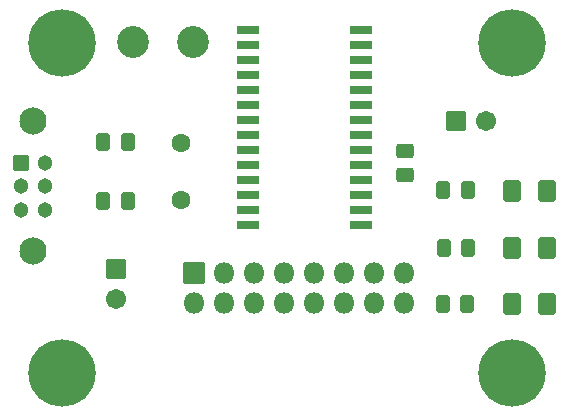
<source format=gts>
G04 #@! TF.GenerationSoftware,KiCad,Pcbnew,(6.0.10)*
G04 #@! TF.CreationDate,2023-01-26T22:30:24-05:00*
G04 #@! TF.ProjectId,telemetry_transmitter,74656c65-6d65-4747-9279-5f7472616e73,rev?*
G04 #@! TF.SameCoordinates,Original*
G04 #@! TF.FileFunction,Soldermask,Top*
G04 #@! TF.FilePolarity,Negative*
%FSLAX46Y46*%
G04 Gerber Fmt 4.6, Leading zero omitted, Abs format (unit mm)*
G04 Created by KiCad (PCBNEW (6.0.10)) date 2023-01-26 22:30:24*
%MOMM*%
%LPD*%
G01*
G04 APERTURE LIST*
G04 Aperture macros list*
%AMRoundRect*
0 Rectangle with rounded corners*
0 $1 Rounding radius*
0 $2 $3 $4 $5 $6 $7 $8 $9 X,Y pos of 4 corners*
0 Add a 4 corners polygon primitive as box body*
4,1,4,$2,$3,$4,$5,$6,$7,$8,$9,$2,$3,0*
0 Add four circle primitives for the rounded corners*
1,1,$1+$1,$2,$3*
1,1,$1+$1,$4,$5*
1,1,$1+$1,$6,$7*
1,1,$1+$1,$8,$9*
0 Add four rect primitives between the rounded corners*
20,1,$1+$1,$2,$3,$4,$5,0*
20,1,$1+$1,$4,$5,$6,$7,0*
20,1,$1+$1,$6,$7,$8,$9,0*
20,1,$1+$1,$8,$9,$2,$3,0*%
G04 Aperture macros list end*
%ADD10C,2.702000*%
%ADD11RoundRect,0.051000X0.850000X-0.850000X0.850000X0.850000X-0.850000X0.850000X-0.850000X-0.850000X0*%
%ADD12O,1.802000X1.802000*%
%ADD13RoundRect,0.301000X0.325000X0.450000X-0.325000X0.450000X-0.325000X-0.450000X0.325000X-0.450000X0*%
%ADD14RoundRect,0.051000X-0.800000X-0.800000X0.800000X-0.800000X0.800000X0.800000X-0.800000X0.800000X0*%
%ADD15C,1.702000*%
%ADD16RoundRect,0.301000X-0.450000X0.325000X-0.450000X-0.325000X0.450000X-0.325000X0.450000X0.325000X0*%
%ADD17RoundRect,0.051000X-0.800000X0.800000X-0.800000X-0.800000X0.800000X-0.800000X0.800000X0.800000X0*%
%ADD18RoundRect,0.201000X-0.750000X-0.150000X0.750000X-0.150000X0.750000X0.150000X-0.750000X0.150000X0*%
%ADD19C,1.602000*%
%ADD20C,5.702000*%
%ADD21C,3.702000*%
%ADD22RoundRect,0.301001X-0.462499X-0.624999X0.462499X-0.624999X0.462499X0.624999X-0.462499X0.624999X0*%
%ADD23C,2.302000*%
%ADD24RoundRect,0.051000X-0.600000X0.600000X-0.600000X-0.600000X0.600000X-0.600000X0.600000X0.600000X0*%
%ADD25C,1.302000*%
G04 APERTURE END LIST*
D10*
X199000000Y-88750000D03*
X194000000Y-88750000D03*
D11*
X199125000Y-108375000D03*
D12*
X199125000Y-110915000D03*
X201665000Y-108375000D03*
X201665000Y-110915000D03*
X204205000Y-108375000D03*
X204205000Y-110915000D03*
X206745000Y-108375000D03*
X206745000Y-110915000D03*
X209285000Y-108375000D03*
X209285000Y-110915000D03*
X211825000Y-108375000D03*
X211825000Y-110915000D03*
X214365000Y-108375000D03*
X214365000Y-110915000D03*
X216905000Y-108375000D03*
X216905000Y-110915000D03*
D13*
X193500000Y-97250000D03*
X191450000Y-97250000D03*
D14*
X221338606Y-95500000D03*
D15*
X223838606Y-95500000D03*
D16*
X217000000Y-97975000D03*
X217000000Y-100025000D03*
D17*
X192500000Y-108000000D03*
D15*
X192500000Y-110500000D03*
D13*
X193500000Y-102250000D03*
X191450000Y-102250000D03*
D18*
X203700000Y-87745000D03*
X203700000Y-89015000D03*
X203700000Y-90285000D03*
X203700000Y-91555000D03*
X203700000Y-92825000D03*
X203700000Y-94095000D03*
X203700000Y-95365000D03*
X203700000Y-96635000D03*
X203700000Y-97905000D03*
X203700000Y-99175000D03*
X203700000Y-100445000D03*
X203700000Y-101715000D03*
X203700000Y-102985000D03*
X203700000Y-104255000D03*
X213300000Y-104255000D03*
X213300000Y-102985000D03*
X213300000Y-101715000D03*
X213300000Y-100445000D03*
X213300000Y-99175000D03*
X213300000Y-97905000D03*
X213300000Y-96635000D03*
X213300000Y-95365000D03*
X213300000Y-94095000D03*
X213300000Y-92825000D03*
X213300000Y-91555000D03*
X213300000Y-90285000D03*
X213300000Y-89015000D03*
X213300000Y-87745000D03*
D19*
X198000000Y-97300000D03*
X198000000Y-102180000D03*
D20*
X226060000Y-88900000D03*
D21*
X226060000Y-88900000D03*
D20*
X187960000Y-116840000D03*
D21*
X187960000Y-116840000D03*
D20*
X187960000Y-88900000D03*
D21*
X187960000Y-88900000D03*
D22*
X226055000Y-106250000D03*
X229030000Y-106250000D03*
X226012500Y-101365000D03*
X228987500Y-101365000D03*
X226012500Y-111000000D03*
X228987500Y-111000000D03*
D23*
X185500000Y-95500000D03*
X185500000Y-106500000D03*
D24*
X184500000Y-99000000D03*
D25*
X184500000Y-101000000D03*
X184500000Y-103000000D03*
X186500000Y-99000000D03*
X186500000Y-101000000D03*
X186500000Y-103000000D03*
D13*
X222317500Y-106250000D03*
X220267500Y-106250000D03*
X222287500Y-101314360D03*
X220237500Y-101314360D03*
X222275000Y-111000000D03*
X220225000Y-111000000D03*
D21*
X226060000Y-116840000D03*
D20*
X226060000Y-116840000D03*
M02*

</source>
